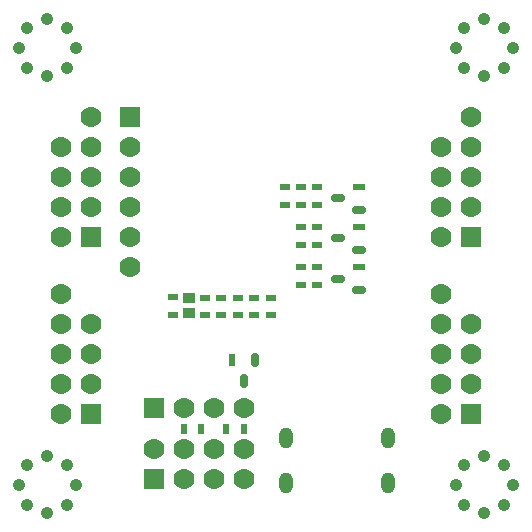
<source format=gbr>
%TF.GenerationSoftware,Altium Limited,Altium Designer,25.1.2 (22)*%
G04 Layer_Color=16711935*
%FSLAX43Y43*%
%MOMM*%
%TF.SameCoordinates,C73E9825-E1A6-41E5-9903-38CA47DD4C8D*%
%TF.FilePolarity,Negative*%
%TF.FileFunction,Soldermask,Bot*%
%TF.Part,Single*%
G01*
G75*
%TA.AperFunction,SMDPad,CuDef*%
G04:AMPARAMS|DCode=61|XSize=1.133mm|YSize=0.608mm|CornerRadius=0.131mm|HoleSize=0mm|Usage=FLASHONLY|Rotation=270.000|XOffset=0mm|YOffset=0mm|HoleType=Round|Shape=RoundedRectangle|*
%AMROUNDEDRECTD61*
21,1,1.133,0.346,0,0,270.0*
21,1,0.871,0.608,0,0,270.0*
1,1,0.262,-0.173,-0.435*
1,1,0.262,-0.173,0.435*
1,1,0.262,0.173,0.435*
1,1,0.262,0.173,-0.435*
%
%ADD61ROUNDEDRECTD61*%
%ADD62R,0.608X1.133*%
%ADD63R,0.876X0.576*%
%ADD64R,0.576X0.876*%
%ADD65R,1.133X0.608*%
G04:AMPARAMS|DCode=66|XSize=1.133mm|YSize=0.608mm|CornerRadius=0.131mm|HoleSize=0mm|Usage=FLASHONLY|Rotation=180.000|XOffset=0mm|YOffset=0mm|HoleType=Round|Shape=RoundedRectangle|*
%AMROUNDEDRECTD66*
21,1,1.133,0.346,0,0,180.0*
21,1,0.871,0.608,0,0,180.0*
1,1,0.262,-0.435,0.173*
1,1,0.262,0.435,0.173*
1,1,0.262,0.435,-0.173*
1,1,0.262,-0.435,-0.173*
%
%ADD66ROUNDEDRECTD66*%
%ADD67R,0.976X0.876*%
%TA.AperFunction,ComponentPad*%
G04:AMPARAMS|DCode=68|XSize=1.776mm|YSize=1.776mm|CornerRadius=0.888mm|HoleSize=0mm|Usage=FLASHONLY|Rotation=0.000|XOffset=0mm|YOffset=0mm|HoleType=Round|Shape=RoundedRectangle|*
%AMROUNDEDRECTD68*
21,1,1.776,0.000,0,0,0.0*
21,1,0.000,1.776,0,0,0.0*
1,1,1.776,0.000,0.000*
1,1,1.776,0.000,0.000*
1,1,1.776,0.000,0.000*
1,1,1.776,0.000,0.000*
%
%ADD68ROUNDEDRECTD68*%
%ADD69C,1.776*%
%ADD70R,1.776X1.776*%
G04:AMPARAMS|DCode=71|XSize=1.776mm|YSize=1.776mm|CornerRadius=0.888mm|HoleSize=0mm|Usage=FLASHONLY|Rotation=90.000|XOffset=0mm|YOffset=0mm|HoleType=Round|Shape=RoundedRectangle|*
%AMROUNDEDRECTD71*
21,1,1.776,0.000,0,0,90.0*
21,1,0.000,1.776,0,0,90.0*
1,1,1.776,0.000,0.000*
1,1,1.776,0.000,0.000*
1,1,1.776,0.000,0.000*
1,1,1.776,0.000,0.000*
%
%ADD71ROUNDEDRECTD71*%
%ADD72R,1.776X1.776*%
G04:AMPARAMS|DCode=73|XSize=1.176mm|YSize=1.776mm|CornerRadius=0.588mm|HoleSize=0mm|Usage=FLASHONLY|Rotation=0.000|XOffset=0mm|YOffset=0mm|HoleType=Round|Shape=RoundedRectangle|*
%AMROUNDEDRECTD73*
21,1,1.176,0.600,0,0,0.0*
21,1,0.000,1.776,0,0,0.0*
1,1,1.176,0.000,-0.300*
1,1,1.176,0.000,-0.300*
1,1,1.176,0.000,0.300*
1,1,1.176,0.000,0.300*
%
%ADD73ROUNDEDRECTD73*%
%ADD74C,1.076*%
D61*
X21070Y14062D02*
D03*
X20120Y12261D02*
D03*
D62*
X19170Y14062D02*
D03*
D63*
X22428Y19327D02*
D03*
Y17827D02*
D03*
X14125Y17900D02*
D03*
Y19400D02*
D03*
X18240Y19325D02*
D03*
Y17825D02*
D03*
X25008Y27194D02*
D03*
Y28694D02*
D03*
X23646D02*
D03*
Y27194D02*
D03*
X21001Y17825D02*
D03*
Y19325D02*
D03*
X16860Y17825D02*
D03*
Y19325D02*
D03*
X19621Y17825D02*
D03*
Y19325D02*
D03*
X26371Y21894D02*
D03*
Y20394D02*
D03*
Y27194D02*
D03*
Y28694D02*
D03*
X25008Y20394D02*
D03*
Y21894D02*
D03*
X26371Y23794D02*
D03*
Y25294D02*
D03*
X25008Y23794D02*
D03*
Y25294D02*
D03*
D64*
X20120Y8200D02*
D03*
X18620D02*
D03*
X15040D02*
D03*
X16540D02*
D03*
D65*
X29873Y21894D02*
D03*
Y25294D02*
D03*
Y28694D02*
D03*
D66*
Y19994D02*
D03*
X28072Y20944D02*
D03*
X29873Y23394D02*
D03*
X28072Y24344D02*
D03*
Y27744D02*
D03*
X29873Y26794D02*
D03*
D67*
X15480Y19325D02*
D03*
Y18025D02*
D03*
D68*
X39340Y17120D02*
D03*
X36800D02*
D03*
X39340Y14580D02*
D03*
Y12040D02*
D03*
X36800D02*
D03*
Y14580D02*
D03*
Y9500D02*
D03*
X10500Y29580D02*
D03*
Y32120D02*
D03*
Y21960D02*
D03*
Y24500D02*
D03*
Y27040D02*
D03*
X7200Y34660D02*
D03*
X4660Y24500D02*
D03*
X7200Y27040D02*
D03*
X4660D02*
D03*
X7200Y29580D02*
D03*
X4660D02*
D03*
X7200Y32120D02*
D03*
X4660D02*
D03*
Y9500D02*
D03*
X7200Y12040D02*
D03*
X4660D02*
D03*
X7200Y14580D02*
D03*
X4660D02*
D03*
X7200Y17120D02*
D03*
X4660D02*
D03*
Y19660D02*
D03*
X39340Y34660D02*
D03*
X36800Y24500D02*
D03*
X39340Y27040D02*
D03*
X36800D02*
D03*
X39340Y29580D02*
D03*
X36800D02*
D03*
X39340Y32120D02*
D03*
X36800D02*
D03*
D69*
Y19660D02*
D03*
D70*
X39340Y9500D02*
D03*
X10500Y34660D02*
D03*
X7200Y24500D02*
D03*
Y9500D02*
D03*
X39340Y24500D02*
D03*
D71*
X20120Y10000D02*
D03*
X17580D02*
D03*
X15040D02*
D03*
X12500Y6540D02*
D03*
X15040Y4000D02*
D03*
Y6540D02*
D03*
X17580Y4000D02*
D03*
Y6540D02*
D03*
X20120Y4000D02*
D03*
Y6540D02*
D03*
D72*
X12500Y10000D02*
D03*
Y4000D02*
D03*
D73*
X32320Y3650D02*
D03*
X23680D02*
D03*
X32320Y7450D02*
D03*
X23680D02*
D03*
D74*
X5197Y38803D02*
D03*
X5900Y40500D02*
D03*
X5197Y42197D02*
D03*
X3500Y42900D02*
D03*
X1803Y42197D02*
D03*
X1100Y40500D02*
D03*
X1803Y38803D02*
D03*
X3500Y38100D02*
D03*
X42197Y38803D02*
D03*
X42900Y40500D02*
D03*
X42197Y42197D02*
D03*
X40500Y42900D02*
D03*
X38803Y42197D02*
D03*
X38100Y40500D02*
D03*
X38803Y38803D02*
D03*
X40500Y38100D02*
D03*
X42197Y1803D02*
D03*
X42900Y3500D02*
D03*
X42197Y5197D02*
D03*
X40500Y5900D02*
D03*
X38803Y5197D02*
D03*
X38100Y3500D02*
D03*
X38803Y1803D02*
D03*
X40500Y1100D02*
D03*
X5197Y1803D02*
D03*
X5900Y3500D02*
D03*
X5197Y5197D02*
D03*
X3500Y5900D02*
D03*
X1803Y5197D02*
D03*
X1100Y3500D02*
D03*
X1803Y1803D02*
D03*
X3500Y1100D02*
D03*
%TF.MD5,13ddb6fafc248272bcdd78edb06fd30d*%
M02*

</source>
